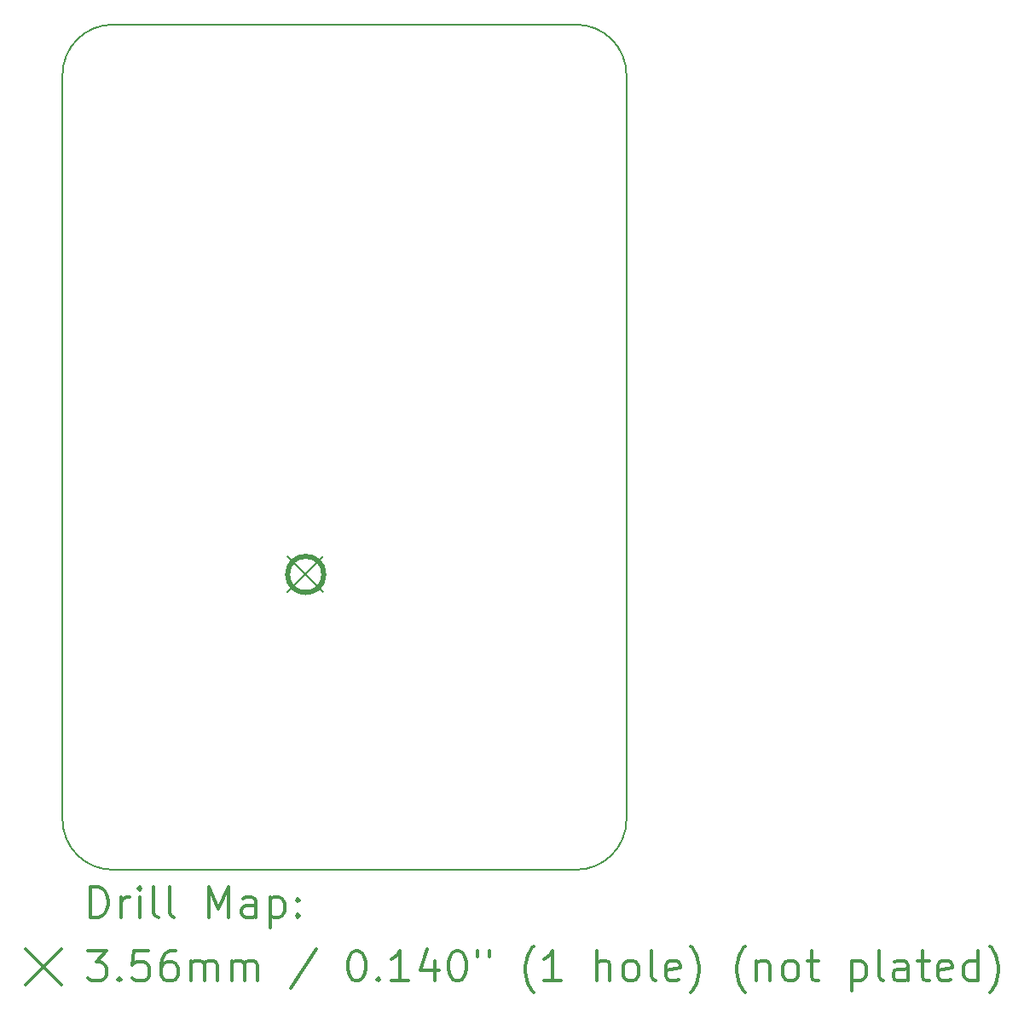
<source format=gbr>
%FSLAX45Y45*%
G04 Gerber Fmt 4.5, Leading zero omitted, Abs format (unit mm)*
G04 Created by KiCad (PCBNEW 5.0.2+dfsg1-1) date Sun 10 Apr 2022 03:47:00 AM PDT*
%MOMM*%
%LPD*%
G01*
G04 APERTURE LIST*
%ADD10C,0.500000*%
%ADD11C,0.150000*%
%ADD12C,0.200000*%
%ADD13C,0.300000*%
G04 APERTURE END LIST*
D10*
X14539278Y-10931000D02*
G75*
G03X14539278Y-10931000I-180278J0D01*
G01*
D11*
X12444000Y-5466000D02*
X17044000Y-5466000D01*
X12444000Y-13866000D02*
X17044000Y-13866000D01*
X17544000Y-13366000D02*
X17544000Y-5966000D01*
X11944000Y-5966000D02*
X11944000Y-13366000D01*
X17044000Y-5466000D02*
G75*
G02X17544000Y-5966000I0J-500000D01*
G01*
X17544000Y-13366000D02*
G75*
G02X17044000Y-13866000I-500000J0D01*
G01*
X12444000Y-13866000D02*
G75*
G02X11944000Y-13366000I0J500000D01*
G01*
X11944000Y-5966000D02*
G75*
G02X12444000Y-5466000I500000J0D01*
G01*
D12*
X14180000Y-10752000D02*
X14536000Y-11108000D01*
X14536000Y-10752000D02*
X14180000Y-11108000D01*
D13*
X12222928Y-14339214D02*
X12222928Y-14039214D01*
X12294357Y-14039214D01*
X12337214Y-14053500D01*
X12365786Y-14082071D01*
X12380071Y-14110643D01*
X12394357Y-14167786D01*
X12394357Y-14210643D01*
X12380071Y-14267786D01*
X12365786Y-14296357D01*
X12337214Y-14324929D01*
X12294357Y-14339214D01*
X12222928Y-14339214D01*
X12522928Y-14339214D02*
X12522928Y-14139214D01*
X12522928Y-14196357D02*
X12537214Y-14167786D01*
X12551500Y-14153500D01*
X12580071Y-14139214D01*
X12608643Y-14139214D01*
X12708643Y-14339214D02*
X12708643Y-14139214D01*
X12708643Y-14039214D02*
X12694357Y-14053500D01*
X12708643Y-14067786D01*
X12722928Y-14053500D01*
X12708643Y-14039214D01*
X12708643Y-14067786D01*
X12894357Y-14339214D02*
X12865786Y-14324929D01*
X12851500Y-14296357D01*
X12851500Y-14039214D01*
X13051500Y-14339214D02*
X13022928Y-14324929D01*
X13008643Y-14296357D01*
X13008643Y-14039214D01*
X13394357Y-14339214D02*
X13394357Y-14039214D01*
X13494357Y-14253500D01*
X13594357Y-14039214D01*
X13594357Y-14339214D01*
X13865786Y-14339214D02*
X13865786Y-14182071D01*
X13851500Y-14153500D01*
X13822928Y-14139214D01*
X13765786Y-14139214D01*
X13737214Y-14153500D01*
X13865786Y-14324929D02*
X13837214Y-14339214D01*
X13765786Y-14339214D01*
X13737214Y-14324929D01*
X13722928Y-14296357D01*
X13722928Y-14267786D01*
X13737214Y-14239214D01*
X13765786Y-14224929D01*
X13837214Y-14224929D01*
X13865786Y-14210643D01*
X14008643Y-14139214D02*
X14008643Y-14439214D01*
X14008643Y-14153500D02*
X14037214Y-14139214D01*
X14094357Y-14139214D01*
X14122928Y-14153500D01*
X14137214Y-14167786D01*
X14151500Y-14196357D01*
X14151500Y-14282071D01*
X14137214Y-14310643D01*
X14122928Y-14324929D01*
X14094357Y-14339214D01*
X14037214Y-14339214D01*
X14008643Y-14324929D01*
X14280071Y-14310643D02*
X14294357Y-14324929D01*
X14280071Y-14339214D01*
X14265786Y-14324929D01*
X14280071Y-14310643D01*
X14280071Y-14339214D01*
X14280071Y-14153500D02*
X14294357Y-14167786D01*
X14280071Y-14182071D01*
X14265786Y-14167786D01*
X14280071Y-14153500D01*
X14280071Y-14182071D01*
X11580500Y-14655500D02*
X11936500Y-15011500D01*
X11936500Y-14655500D02*
X11580500Y-15011500D01*
X12194357Y-14669214D02*
X12380071Y-14669214D01*
X12280071Y-14783500D01*
X12322928Y-14783500D01*
X12351500Y-14797786D01*
X12365786Y-14812071D01*
X12380071Y-14840643D01*
X12380071Y-14912071D01*
X12365786Y-14940643D01*
X12351500Y-14954929D01*
X12322928Y-14969214D01*
X12237214Y-14969214D01*
X12208643Y-14954929D01*
X12194357Y-14940643D01*
X12508643Y-14940643D02*
X12522928Y-14954929D01*
X12508643Y-14969214D01*
X12494357Y-14954929D01*
X12508643Y-14940643D01*
X12508643Y-14969214D01*
X12794357Y-14669214D02*
X12651500Y-14669214D01*
X12637214Y-14812071D01*
X12651500Y-14797786D01*
X12680071Y-14783500D01*
X12751500Y-14783500D01*
X12780071Y-14797786D01*
X12794357Y-14812071D01*
X12808643Y-14840643D01*
X12808643Y-14912071D01*
X12794357Y-14940643D01*
X12780071Y-14954929D01*
X12751500Y-14969214D01*
X12680071Y-14969214D01*
X12651500Y-14954929D01*
X12637214Y-14940643D01*
X13065786Y-14669214D02*
X13008643Y-14669214D01*
X12980071Y-14683500D01*
X12965786Y-14697786D01*
X12937214Y-14740643D01*
X12922928Y-14797786D01*
X12922928Y-14912071D01*
X12937214Y-14940643D01*
X12951500Y-14954929D01*
X12980071Y-14969214D01*
X13037214Y-14969214D01*
X13065786Y-14954929D01*
X13080071Y-14940643D01*
X13094357Y-14912071D01*
X13094357Y-14840643D01*
X13080071Y-14812071D01*
X13065786Y-14797786D01*
X13037214Y-14783500D01*
X12980071Y-14783500D01*
X12951500Y-14797786D01*
X12937214Y-14812071D01*
X12922928Y-14840643D01*
X13222928Y-14969214D02*
X13222928Y-14769214D01*
X13222928Y-14797786D02*
X13237214Y-14783500D01*
X13265786Y-14769214D01*
X13308643Y-14769214D01*
X13337214Y-14783500D01*
X13351500Y-14812071D01*
X13351500Y-14969214D01*
X13351500Y-14812071D02*
X13365786Y-14783500D01*
X13394357Y-14769214D01*
X13437214Y-14769214D01*
X13465786Y-14783500D01*
X13480071Y-14812071D01*
X13480071Y-14969214D01*
X13622928Y-14969214D02*
X13622928Y-14769214D01*
X13622928Y-14797786D02*
X13637214Y-14783500D01*
X13665786Y-14769214D01*
X13708643Y-14769214D01*
X13737214Y-14783500D01*
X13751500Y-14812071D01*
X13751500Y-14969214D01*
X13751500Y-14812071D02*
X13765786Y-14783500D01*
X13794357Y-14769214D01*
X13837214Y-14769214D01*
X13865786Y-14783500D01*
X13880071Y-14812071D01*
X13880071Y-14969214D01*
X14465786Y-14654929D02*
X14208643Y-15040643D01*
X14851500Y-14669214D02*
X14880071Y-14669214D01*
X14908643Y-14683500D01*
X14922928Y-14697786D01*
X14937214Y-14726357D01*
X14951500Y-14783500D01*
X14951500Y-14854929D01*
X14937214Y-14912071D01*
X14922928Y-14940643D01*
X14908643Y-14954929D01*
X14880071Y-14969214D01*
X14851500Y-14969214D01*
X14822928Y-14954929D01*
X14808643Y-14940643D01*
X14794357Y-14912071D01*
X14780071Y-14854929D01*
X14780071Y-14783500D01*
X14794357Y-14726357D01*
X14808643Y-14697786D01*
X14822928Y-14683500D01*
X14851500Y-14669214D01*
X15080071Y-14940643D02*
X15094357Y-14954929D01*
X15080071Y-14969214D01*
X15065786Y-14954929D01*
X15080071Y-14940643D01*
X15080071Y-14969214D01*
X15380071Y-14969214D02*
X15208643Y-14969214D01*
X15294357Y-14969214D02*
X15294357Y-14669214D01*
X15265786Y-14712071D01*
X15237214Y-14740643D01*
X15208643Y-14754929D01*
X15637214Y-14769214D02*
X15637214Y-14969214D01*
X15565786Y-14654929D02*
X15494357Y-14869214D01*
X15680071Y-14869214D01*
X15851500Y-14669214D02*
X15880071Y-14669214D01*
X15908643Y-14683500D01*
X15922928Y-14697786D01*
X15937214Y-14726357D01*
X15951500Y-14783500D01*
X15951500Y-14854929D01*
X15937214Y-14912071D01*
X15922928Y-14940643D01*
X15908643Y-14954929D01*
X15880071Y-14969214D01*
X15851500Y-14969214D01*
X15822928Y-14954929D01*
X15808643Y-14940643D01*
X15794357Y-14912071D01*
X15780071Y-14854929D01*
X15780071Y-14783500D01*
X15794357Y-14726357D01*
X15808643Y-14697786D01*
X15822928Y-14683500D01*
X15851500Y-14669214D01*
X16065786Y-14669214D02*
X16065786Y-14726357D01*
X16180071Y-14669214D02*
X16180071Y-14726357D01*
X16622928Y-15083500D02*
X16608643Y-15069214D01*
X16580071Y-15026357D01*
X16565786Y-14997786D01*
X16551500Y-14954929D01*
X16537214Y-14883500D01*
X16537214Y-14826357D01*
X16551500Y-14754929D01*
X16565786Y-14712071D01*
X16580071Y-14683500D01*
X16608643Y-14640643D01*
X16622928Y-14626357D01*
X16894357Y-14969214D02*
X16722928Y-14969214D01*
X16808643Y-14969214D02*
X16808643Y-14669214D01*
X16780071Y-14712071D01*
X16751500Y-14740643D01*
X16722928Y-14754929D01*
X17251500Y-14969214D02*
X17251500Y-14669214D01*
X17380071Y-14969214D02*
X17380071Y-14812071D01*
X17365786Y-14783500D01*
X17337214Y-14769214D01*
X17294357Y-14769214D01*
X17265786Y-14783500D01*
X17251500Y-14797786D01*
X17565786Y-14969214D02*
X17537214Y-14954929D01*
X17522928Y-14940643D01*
X17508643Y-14912071D01*
X17508643Y-14826357D01*
X17522928Y-14797786D01*
X17537214Y-14783500D01*
X17565786Y-14769214D01*
X17608643Y-14769214D01*
X17637214Y-14783500D01*
X17651500Y-14797786D01*
X17665786Y-14826357D01*
X17665786Y-14912071D01*
X17651500Y-14940643D01*
X17637214Y-14954929D01*
X17608643Y-14969214D01*
X17565786Y-14969214D01*
X17837214Y-14969214D02*
X17808643Y-14954929D01*
X17794357Y-14926357D01*
X17794357Y-14669214D01*
X18065786Y-14954929D02*
X18037214Y-14969214D01*
X17980071Y-14969214D01*
X17951500Y-14954929D01*
X17937214Y-14926357D01*
X17937214Y-14812071D01*
X17951500Y-14783500D01*
X17980071Y-14769214D01*
X18037214Y-14769214D01*
X18065786Y-14783500D01*
X18080071Y-14812071D01*
X18080071Y-14840643D01*
X17937214Y-14869214D01*
X18180071Y-15083500D02*
X18194357Y-15069214D01*
X18222928Y-15026357D01*
X18237214Y-14997786D01*
X18251500Y-14954929D01*
X18265786Y-14883500D01*
X18265786Y-14826357D01*
X18251500Y-14754929D01*
X18237214Y-14712071D01*
X18222928Y-14683500D01*
X18194357Y-14640643D01*
X18180071Y-14626357D01*
X18722928Y-15083500D02*
X18708643Y-15069214D01*
X18680071Y-15026357D01*
X18665786Y-14997786D01*
X18651500Y-14954929D01*
X18637214Y-14883500D01*
X18637214Y-14826357D01*
X18651500Y-14754929D01*
X18665786Y-14712071D01*
X18680071Y-14683500D01*
X18708643Y-14640643D01*
X18722928Y-14626357D01*
X18837214Y-14769214D02*
X18837214Y-14969214D01*
X18837214Y-14797786D02*
X18851500Y-14783500D01*
X18880071Y-14769214D01*
X18922928Y-14769214D01*
X18951500Y-14783500D01*
X18965786Y-14812071D01*
X18965786Y-14969214D01*
X19151500Y-14969214D02*
X19122928Y-14954929D01*
X19108643Y-14940643D01*
X19094357Y-14912071D01*
X19094357Y-14826357D01*
X19108643Y-14797786D01*
X19122928Y-14783500D01*
X19151500Y-14769214D01*
X19194357Y-14769214D01*
X19222928Y-14783500D01*
X19237214Y-14797786D01*
X19251500Y-14826357D01*
X19251500Y-14912071D01*
X19237214Y-14940643D01*
X19222928Y-14954929D01*
X19194357Y-14969214D01*
X19151500Y-14969214D01*
X19337214Y-14769214D02*
X19451500Y-14769214D01*
X19380071Y-14669214D02*
X19380071Y-14926357D01*
X19394357Y-14954929D01*
X19422928Y-14969214D01*
X19451500Y-14969214D01*
X19780071Y-14769214D02*
X19780071Y-15069214D01*
X19780071Y-14783500D02*
X19808643Y-14769214D01*
X19865786Y-14769214D01*
X19894357Y-14783500D01*
X19908643Y-14797786D01*
X19922928Y-14826357D01*
X19922928Y-14912071D01*
X19908643Y-14940643D01*
X19894357Y-14954929D01*
X19865786Y-14969214D01*
X19808643Y-14969214D01*
X19780071Y-14954929D01*
X20094357Y-14969214D02*
X20065786Y-14954929D01*
X20051500Y-14926357D01*
X20051500Y-14669214D01*
X20337214Y-14969214D02*
X20337214Y-14812071D01*
X20322928Y-14783500D01*
X20294357Y-14769214D01*
X20237214Y-14769214D01*
X20208643Y-14783500D01*
X20337214Y-14954929D02*
X20308643Y-14969214D01*
X20237214Y-14969214D01*
X20208643Y-14954929D01*
X20194357Y-14926357D01*
X20194357Y-14897786D01*
X20208643Y-14869214D01*
X20237214Y-14854929D01*
X20308643Y-14854929D01*
X20337214Y-14840643D01*
X20437214Y-14769214D02*
X20551500Y-14769214D01*
X20480071Y-14669214D02*
X20480071Y-14926357D01*
X20494357Y-14954929D01*
X20522928Y-14969214D01*
X20551500Y-14969214D01*
X20765786Y-14954929D02*
X20737214Y-14969214D01*
X20680071Y-14969214D01*
X20651500Y-14954929D01*
X20637214Y-14926357D01*
X20637214Y-14812071D01*
X20651500Y-14783500D01*
X20680071Y-14769214D01*
X20737214Y-14769214D01*
X20765786Y-14783500D01*
X20780071Y-14812071D01*
X20780071Y-14840643D01*
X20637214Y-14869214D01*
X21037214Y-14969214D02*
X21037214Y-14669214D01*
X21037214Y-14954929D02*
X21008643Y-14969214D01*
X20951500Y-14969214D01*
X20922928Y-14954929D01*
X20908643Y-14940643D01*
X20894357Y-14912071D01*
X20894357Y-14826357D01*
X20908643Y-14797786D01*
X20922928Y-14783500D01*
X20951500Y-14769214D01*
X21008643Y-14769214D01*
X21037214Y-14783500D01*
X21151500Y-15083500D02*
X21165786Y-15069214D01*
X21194357Y-15026357D01*
X21208643Y-14997786D01*
X21222928Y-14954929D01*
X21237214Y-14883500D01*
X21237214Y-14826357D01*
X21222928Y-14754929D01*
X21208643Y-14712071D01*
X21194357Y-14683500D01*
X21165786Y-14640643D01*
X21151500Y-14626357D01*
M02*

</source>
